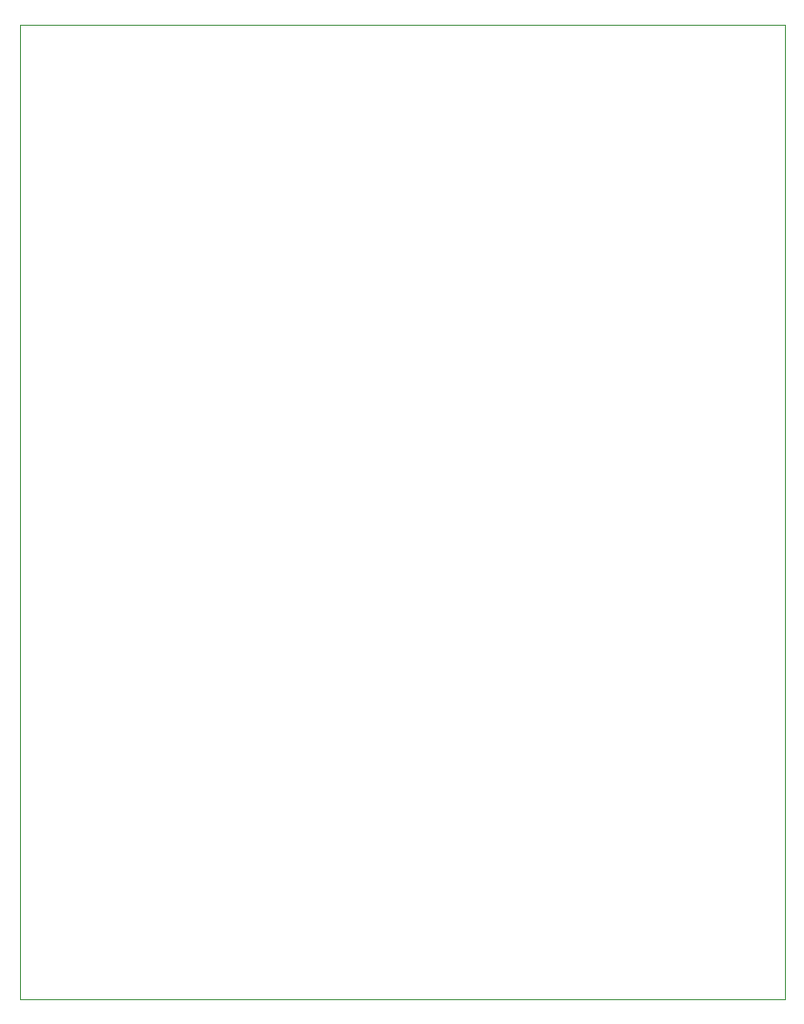
<source format=gbr>
%TF.GenerationSoftware,KiCad,Pcbnew,(6.0.0-0)*%
%TF.CreationDate,2023-01-03T09:21:55+01:00*%
%TF.ProjectId,epanel-controller,6570616e-656c-42d6-936f-6e74726f6c6c,rev?*%
%TF.SameCoordinates,Original*%
%TF.FileFunction,Profile,NP*%
%FSLAX46Y46*%
G04 Gerber Fmt 4.6, Leading zero omitted, Abs format (unit mm)*
G04 Created by KiCad (PCBNEW (6.0.0-0)) date 2023-01-03 09:21:55*
%MOMM*%
%LPD*%
G01*
G04 APERTURE LIST*
%TA.AperFunction,Profile*%
%ADD10C,0.100000*%
%TD*%
G04 APERTURE END LIST*
D10*
X100000000Y-136500000D02*
X100000000Y-50000000D01*
X168000000Y-50000000D02*
X100000000Y-50000000D01*
X168000000Y-136500000D02*
X100000000Y-136500000D01*
X168000000Y-136500000D02*
X168000000Y-50000000D01*
M02*

</source>
